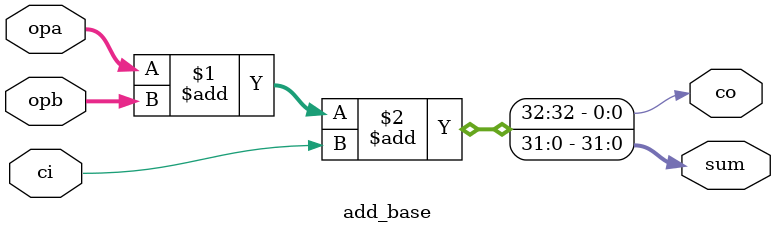
<source format=sv>

module add_base #(
    // size parameters
    parameter  int unsigned WIDTH = 32,
    // implementation
    parameter  int unsigned IMPLEMENTATION = 0
    // 0 - operator
    // 1 - loop
)(
    input  logic             ci ,  // carry in
    input  logic [WIDTH-1:0] opa,  // operand a
    input  logic [WIDTH-1:0] opb,  // operand b
    output logic [WIDTH-1:0] sum,  // sum
    output logic             co    // carry out
);

    generate
    case (IMPLEMENTATION)
        0:  // index
        begin
            assign {co, sum} = opa + opb + ci;
        end
        default:  // parameter validation
            $fatal("Unsupported IMPLEMENTATION parameter value.");
    endcase
    endgenerate

endmodule: add_base

</source>
